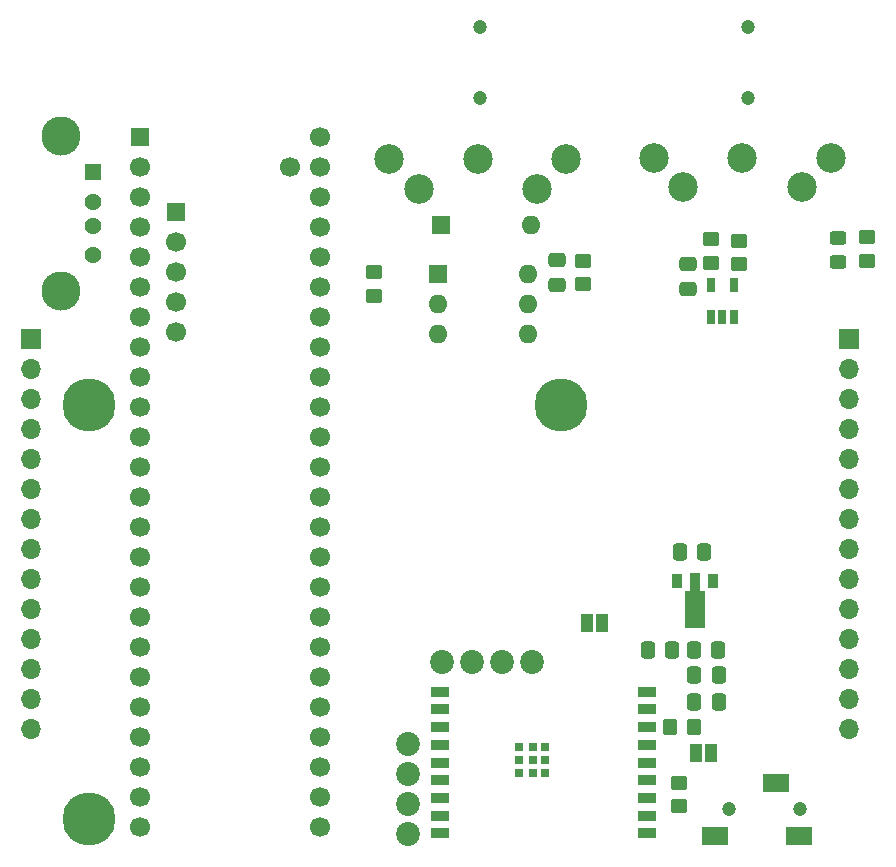
<source format=gbr>
%TF.GenerationSoftware,KiCad,Pcbnew,(6.0.2)*%
%TF.CreationDate,2023-01-30T01:25:14-05:00*%
%TF.ProjectId,bottom,626f7474-6f6d-42e6-9b69-6361645f7063,rev?*%
%TF.SameCoordinates,Original*%
%TF.FileFunction,Soldermask,Top*%
%TF.FilePolarity,Negative*%
%FSLAX46Y46*%
G04 Gerber Fmt 4.6, Leading zero omitted, Abs format (unit mm)*
G04 Created by KiCad (PCBNEW (6.0.2)) date 2023-01-30 01:25:14*
%MOMM*%
%LPD*%
G01*
G04 APERTURE LIST*
G04 Aperture macros list*
%AMRoundRect*
0 Rectangle with rounded corners*
0 $1 Rounding radius*
0 $2 $3 $4 $5 $6 $7 $8 $9 X,Y pos of 4 corners*
0 Add a 4 corners polygon primitive as box body*
4,1,4,$2,$3,$4,$5,$6,$7,$8,$9,$2,$3,0*
0 Add four circle primitives for the rounded corners*
1,1,$1+$1,$2,$3*
1,1,$1+$1,$4,$5*
1,1,$1+$1,$6,$7*
1,1,$1+$1,$8,$9*
0 Add four rect primitives between the rounded corners*
20,1,$1+$1,$2,$3,$4,$5,0*
20,1,$1+$1,$4,$5,$6,$7,0*
20,1,$1+$1,$6,$7,$8,$9,0*
20,1,$1+$1,$8,$9,$2,$3,0*%
%AMFreePoly0*
4,1,9,3.862500,-0.866500,0.737500,-0.866500,0.737500,-0.450000,-0.737500,-0.450000,-0.737500,0.450000,0.737500,0.450000,0.737500,0.866500,3.862500,0.866500,3.862500,-0.866500,3.862500,-0.866500,$1*%
G04 Aperture macros list end*
%ADD10RoundRect,0.250000X-0.450000X0.350000X-0.450000X-0.350000X0.450000X-0.350000X0.450000X0.350000X0*%
%ADD11RoundRect,0.250000X-0.350000X-0.450000X0.350000X-0.450000X0.350000X0.450000X-0.350000X0.450000X0*%
%ADD12C,2.020000*%
%ADD13C,4.500000*%
%ADD14R,0.900000X1.300000*%
%ADD15FreePoly0,270.000000*%
%ADD16RoundRect,0.250000X-0.450000X0.325000X-0.450000X-0.325000X0.450000X-0.325000X0.450000X0.325000X0*%
%ADD17RoundRect,0.250000X-0.337500X-0.475000X0.337500X-0.475000X0.337500X0.475000X-0.337500X0.475000X0*%
%ADD18RoundRect,0.070000X-0.300000X-0.525000X0.300000X-0.525000X0.300000X0.525000X-0.300000X0.525000X0*%
%ADD19R,1.600000X1.600000*%
%ADD20O,1.600000X1.600000*%
%ADD21R,1.500000X0.900000*%
%ADD22R,0.700000X0.700000*%
%ADD23C,2.499360*%
%ADD24R,1.700000X1.700000*%
%ADD25O,1.700000X1.700000*%
%ADD26RoundRect,0.250000X0.475000X-0.337500X0.475000X0.337500X-0.475000X0.337500X-0.475000X-0.337500X0*%
%ADD27RoundRect,0.250000X0.450000X-0.350000X0.450000X0.350000X-0.450000X0.350000X-0.450000X-0.350000X0*%
%ADD28R,1.000000X1.500000*%
%ADD29C,1.700000*%
%ADD30R,1.428000X1.428000*%
%ADD31C,1.428000*%
%ADD32C,3.316000*%
%ADD33C,1.200000*%
%ADD34R,2.200000X1.600000*%
G04 APERTURE END LIST*
D10*
%TO.C,R3*%
X175109860Y-83980000D03*
X175109860Y-85980000D03*
%TD*%
D11*
%TO.C,R14*%
X169309860Y-125180000D03*
X171309860Y-125180000D03*
%TD*%
D12*
%TO.C,J99*%
X157589860Y-119680000D03*
X155049860Y-119680000D03*
X152509860Y-119680000D03*
X149969860Y-119680000D03*
%TD*%
%TO.C,J96*%
X147109860Y-134260000D03*
X147109860Y-131720000D03*
X147109860Y-129180000D03*
X147109860Y-126640000D03*
%TD*%
D13*
%TO.C,H2*%
X120078000Y-132920000D03*
%TD*%
D14*
%TO.C,U4*%
X172902400Y-112830000D03*
D15*
X171402400Y-112917500D03*
D14*
X169902400Y-112830000D03*
%TD*%
D16*
%TO.C,D2*%
X183509860Y-83730000D03*
X183509860Y-85780000D03*
%TD*%
D17*
%TO.C,C8*%
X167372360Y-118680000D03*
X169447360Y-118680000D03*
%TD*%
D18*
%TO.C,U2*%
X172752400Y-90480000D03*
X173702400Y-90480000D03*
X174652400Y-90480000D03*
X174652400Y-87780000D03*
X172752400Y-87780000D03*
%TD*%
D17*
%TO.C,C5*%
X171272360Y-118680000D03*
X173347360Y-118680000D03*
%TD*%
D19*
%TO.C,D1*%
X149842400Y-82680000D03*
D20*
X157462400Y-82680000D03*
%TD*%
D13*
%TO.C,H1*%
X160078000Y-97920000D03*
%TD*%
D21*
%TO.C,U5*%
X167309860Y-134180000D03*
X167309860Y-132680000D03*
X167309860Y-131180000D03*
X167309860Y-129680000D03*
X167309860Y-128180000D03*
X167309860Y-126680000D03*
X167309860Y-125180000D03*
X167309860Y-123680000D03*
X167309860Y-122180000D03*
X149809860Y-122180000D03*
X149809860Y-123680000D03*
X149809860Y-125180000D03*
X149809860Y-126680000D03*
X149809860Y-128180000D03*
X149809860Y-129680000D03*
X149809860Y-131180000D03*
X149809860Y-132680000D03*
X149809860Y-134180000D03*
D22*
X156499860Y-129080000D03*
X158699860Y-127980000D03*
X158699860Y-129080000D03*
X156499860Y-126880000D03*
X157649860Y-129080000D03*
X157649860Y-126880000D03*
X157649860Y-127980000D03*
X156499860Y-127980000D03*
X158699860Y-126880000D03*
%TD*%
D10*
%TO.C,R8*%
X161909860Y-85680000D03*
X161909860Y-87680000D03*
%TD*%
%TO.C,R7*%
X144209860Y-86680000D03*
X144209860Y-88680000D03*
%TD*%
D23*
%TO.C,J40*%
X145511780Y-77077200D03*
X153009860Y-77079740D03*
X160507940Y-77077200D03*
X148013680Y-79579100D03*
X158006040Y-79579100D03*
%TD*%
D24*
%TO.C,J32*%
X115202400Y-92280000D03*
D25*
X115202400Y-94820000D03*
X115202400Y-97360000D03*
X115202400Y-99900000D03*
X115202400Y-102440000D03*
X115202400Y-104980000D03*
X115202400Y-107520000D03*
X115202400Y-110060000D03*
X115202400Y-112600000D03*
X115202400Y-115140000D03*
X115202400Y-117680000D03*
X115202400Y-120220000D03*
X115202400Y-122760000D03*
X115202400Y-125300000D03*
%TD*%
D26*
%TO.C,C2*%
X159709860Y-87717500D03*
X159709860Y-85642500D03*
%TD*%
D23*
%TO.C,J90*%
X167911780Y-76977200D03*
X175409860Y-76979740D03*
X182907940Y-76977200D03*
X170413680Y-79479100D03*
X180406040Y-79479100D03*
%TD*%
D27*
%TO.C,R12*%
X170009860Y-131880000D03*
X170009860Y-129880000D03*
%TD*%
D28*
%TO.C,JP3*%
X172752400Y-127380000D03*
X171452400Y-127380000D03*
%TD*%
D10*
%TO.C,R10*%
X185909860Y-83680000D03*
X185909860Y-85680000D03*
%TD*%
D17*
%TO.C,C6*%
X171309860Y-123080000D03*
X173384860Y-123080000D03*
%TD*%
%TO.C,C7*%
X171309860Y-120780000D03*
X173384860Y-120780000D03*
%TD*%
D19*
%TO.C,U1*%
X124369860Y-75240000D03*
D29*
X124369860Y-77780000D03*
X124369860Y-80320000D03*
X124369860Y-82860000D03*
X124369860Y-85400000D03*
X124369860Y-87940000D03*
X124369860Y-90480000D03*
X124369860Y-93020000D03*
X124369860Y-95560000D03*
X124369860Y-98100000D03*
X124369860Y-100640000D03*
X124369860Y-103180000D03*
X124369860Y-105720000D03*
X124369860Y-108260000D03*
X124369860Y-110800000D03*
X124369860Y-113340000D03*
X124369860Y-115880000D03*
X124369860Y-118420000D03*
X124369860Y-120960000D03*
X124369860Y-123500000D03*
X124369860Y-126040000D03*
X124369860Y-128580000D03*
X124369860Y-131120000D03*
X124369860Y-133660000D03*
X139609860Y-133660000D03*
X139609860Y-131120000D03*
X139609860Y-128580000D03*
X139609860Y-126040000D03*
X139609860Y-123500000D03*
X139609860Y-120960000D03*
X139609860Y-118420000D03*
X139609860Y-115880000D03*
X139609860Y-113340000D03*
X139609860Y-110800000D03*
X139609860Y-108260000D03*
X139609860Y-105720000D03*
X139609860Y-103180000D03*
X139609860Y-100640000D03*
X139609860Y-98100000D03*
X139609860Y-95560000D03*
X139609860Y-93020000D03*
X139609860Y-90480000D03*
X139609860Y-87940000D03*
X139609860Y-85400000D03*
X139609860Y-82860000D03*
X139609860Y-80320000D03*
X139609860Y-77780000D03*
X139609860Y-75240000D03*
X137069860Y-77780000D03*
D19*
X127420660Y-81539200D03*
D29*
X127420660Y-84079200D03*
X127420660Y-86619200D03*
X127420660Y-89159200D03*
X127420660Y-91699200D03*
%TD*%
D26*
%TO.C,C1*%
X170802400Y-88080000D03*
X170802400Y-86005000D03*
%TD*%
D28*
%TO.C,JP2*%
X162252400Y-116380000D03*
X163552400Y-116380000D03*
%TD*%
D17*
%TO.C,C4*%
X170077400Y-110380000D03*
X172152400Y-110380000D03*
%TD*%
D24*
%TO.C,J31*%
X184402400Y-92280000D03*
D25*
X184402400Y-94820000D03*
X184402400Y-97360000D03*
X184402400Y-99900000D03*
X184402400Y-102440000D03*
X184402400Y-104980000D03*
X184402400Y-107520000D03*
X184402400Y-110060000D03*
X184402400Y-112600000D03*
X184402400Y-115140000D03*
X184402400Y-117680000D03*
X184402400Y-120220000D03*
X184402400Y-122760000D03*
X184402400Y-125300000D03*
%TD*%
D10*
%TO.C,R2*%
X172709860Y-83880000D03*
X172709860Y-85880000D03*
%TD*%
D19*
%TO.C,U3*%
X149665880Y-86791200D03*
D20*
X149665880Y-89331200D03*
X149665880Y-91871200D03*
X157285880Y-91871200D03*
X157285880Y-89331200D03*
X157285880Y-86791200D03*
%TD*%
D13*
%TO.C,H3*%
X120078000Y-97920000D03*
%TD*%
D30*
%TO.C,J70*%
X120419860Y-78210000D03*
D31*
X120419860Y-80710000D03*
X120419860Y-82710000D03*
X120419860Y-85210000D03*
D32*
X117709860Y-75140000D03*
X117709860Y-88280000D03*
%TD*%
D33*
%TO.C,J0*%
X174279400Y-132130000D03*
X180279400Y-132130000D03*
D34*
X180152400Y-134380000D03*
X173079400Y-134380000D03*
X178247400Y-129880000D03*
%TD*%
D33*
%TO.C,J82*%
X153152400Y-71920000D03*
X153152400Y-65920000D03*
%TD*%
%TO.C,J81*%
X175852400Y-71920000D03*
X175852400Y-65920000D03*
%TD*%
M02*

</source>
